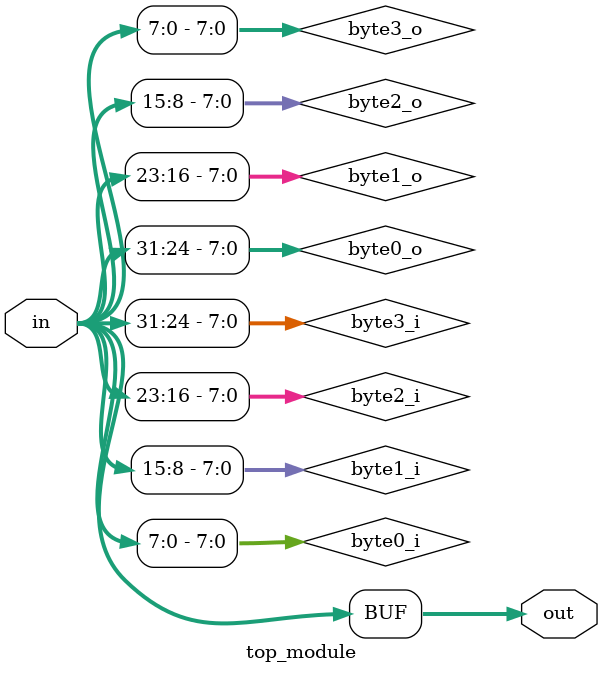
<source format=sv>
module top_module (
	input [31:0] in,
	output [31:0] out
);

	// Define internal wires
	wire [7:0] byte0_i, byte1_i, byte2_i, byte3_i;
	wire [7:0] byte0_o, byte1_o, byte2_o, byte3_o;

	// Extract bytes from input
	assign byte0_i = in[7:0];
	assign byte1_i = in[15:8];
	assign byte2_i = in[23:16];
	assign byte3_i = in[31:24];

	// Reverse the byte order
	assign byte0_o = byte3_i;
	assign byte1_o = byte2_i;
	assign byte2_o = byte1_i;
	assign byte3_o = byte0_i;

	// Concatenate the reversed bytes to form the output
	assign out = {byte0_o, byte1_o, byte2_o, byte3_o};

endmodule

</source>
